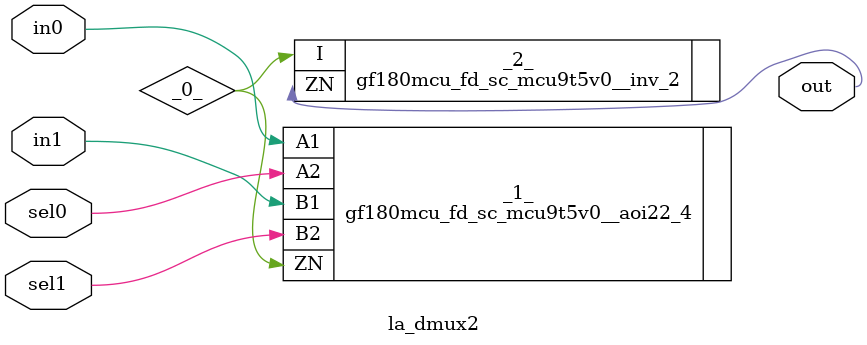
<source format=v>

/* Generated by Yosys 0.37 (git sha1 a5c7f69ed, clang 14.0.0-1ubuntu1.1 -fPIC -Os) */

module la_dmux2(sel1, sel0, in1, in0, out);
  wire _0_;
  input in0;
  wire in0;
  input in1;
  wire in1;
  output out;
  wire out;
  input sel0;
  wire sel0;
  input sel1;
  wire sel1;
  gf180mcu_fd_sc_mcu9t5v0__aoi22_4 _1_ (
    .A1(in0),
    .A2(sel0),
    .B1(in1),
    .B2(sel1),
    .ZN(_0_)
  );
  gf180mcu_fd_sc_mcu9t5v0__inv_2 _2_ (
    .I(_0_),
    .ZN(out)
  );
endmodule

</source>
